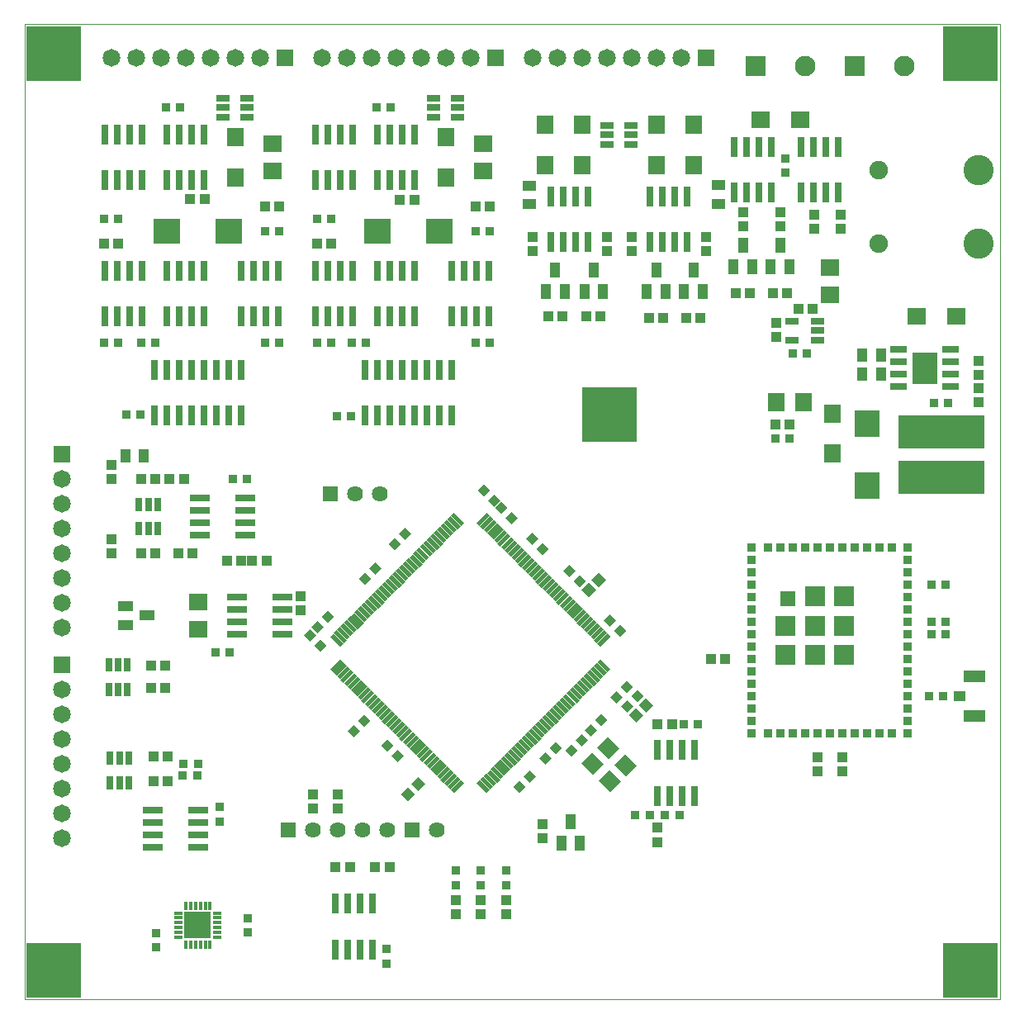
<source format=gts>
G75*
%MOIN*%
%OFA0B0*%
%FSLAX25Y25*%
%IPPOS*%
%LPD*%
%AMOC8*
5,1,8,0,0,1.08239X$1,22.5*
%
%ADD10C,0.00000*%
%ADD11R,0.06699X0.02600*%
%ADD12R,0.10243X0.12605*%
%ADD13R,0.35046X0.13392*%
%ADD14R,0.07093X0.07487*%
%ADD15R,0.04140X0.04140*%
%ADD16R,0.09849X0.10636*%
%ADD17R,0.03943X0.05518*%
%ADD18R,0.03550X0.03550*%
%ADD19R,0.02600X0.08200*%
%ADD20R,0.07150X0.07150*%
%ADD21C,0.07150*%
%ADD22R,0.07498X0.06699*%
%ADD23R,0.08274X0.08274*%
%ADD24C,0.08274*%
%ADD25R,0.04337X0.05912*%
%ADD26R,0.06306X0.06306*%
%ADD27R,0.01739X0.05715*%
%ADD28R,0.05715X0.01739*%
%ADD29R,0.03550X0.03550*%
%ADD30R,0.04140X0.04140*%
%ADD31R,0.06699X0.06306*%
%ADD32R,0.06400X0.06400*%
%ADD33C,0.06400*%
%ADD34R,0.04534X0.04337*%
%ADD35R,0.09061X0.04534*%
%ADD36R,0.03600X0.01600*%
%ADD37R,0.01600X0.03600*%
%ADD38R,0.10600X0.10600*%
%ADD39R,0.10636X0.09849*%
%ADD40R,0.06699X0.07498*%
%ADD41R,0.07487X0.07093*%
%ADD42C,0.07487*%
%ADD43C,0.12211*%
%ADD44R,0.05321X0.02762*%
%ADD45R,0.05400X0.02600*%
%ADD46R,0.08200X0.02600*%
%ADD47R,0.02762X0.05321*%
%ADD48R,0.05912X0.04337*%
%ADD49R,0.22054X0.22054*%
%ADD50R,0.05518X0.03943*%
D10*
X0000000Y0000000D02*
X0000000Y0393701D01*
X0393701Y0393701D01*
X0393701Y0000000D01*
X0000000Y0000000D01*
D11*
X0352717Y0247343D03*
X0352717Y0252343D03*
X0352717Y0257343D03*
X0352717Y0262343D03*
X0373976Y0262343D03*
X0373976Y0257343D03*
X0373976Y0252343D03*
X0373976Y0247343D03*
D12*
X0363346Y0254843D03*
D13*
X0370000Y0229252D03*
X0370000Y0210748D03*
D14*
X0326220Y0220354D03*
X0326220Y0236496D03*
X0270000Y0336929D03*
X0255000Y0336929D03*
X0255000Y0353071D03*
X0270000Y0353071D03*
X0225000Y0353071D03*
X0210000Y0353071D03*
X0210000Y0336929D03*
X0225000Y0336929D03*
X0170000Y0331929D03*
X0170000Y0348071D03*
X0085000Y0348071D03*
X0085000Y0331929D03*
D15*
X0072697Y0323110D03*
X0066988Y0323110D03*
X0097146Y0320000D03*
X0102854Y0320000D03*
X0118130Y0305000D03*
X0123839Y0305000D03*
X0151634Y0322756D03*
X0157343Y0322756D03*
X0182146Y0320000D03*
X0187854Y0320000D03*
X0205000Y0307854D03*
X0205000Y0302146D03*
X0211398Y0275984D03*
X0217106Y0275984D03*
X0226909Y0275984D03*
X0232618Y0275984D03*
X0252146Y0275000D03*
X0257854Y0275000D03*
X0267146Y0275000D03*
X0272854Y0275000D03*
X0287146Y0285000D03*
X0292854Y0285000D03*
X0302146Y0285000D03*
X0307854Y0285000D03*
X0312421Y0278819D03*
X0318130Y0278819D03*
X0303346Y0273209D03*
X0303346Y0267500D03*
X0303146Y0232000D03*
X0308854Y0232000D03*
X0275000Y0302146D03*
X0275000Y0307854D03*
X0290000Y0312146D03*
X0290000Y0317854D03*
X0305236Y0317776D03*
X0305236Y0312067D03*
X0318858Y0311083D03*
X0318858Y0316791D03*
X0329528Y0316791D03*
X0329528Y0311083D03*
X0385000Y0257933D03*
X0385000Y0252224D03*
X0385000Y0246870D03*
X0385000Y0241161D03*
X0282854Y0137500D03*
X0277146Y0137500D03*
X0261354Y0111000D03*
X0255646Y0111000D03*
X0255500Y0069354D03*
X0255500Y0063646D03*
X0209000Y0065146D03*
X0209000Y0070854D03*
X0194488Y0040256D03*
X0194488Y0034547D03*
X0184252Y0034547D03*
X0184252Y0040256D03*
X0174016Y0040256D03*
X0174016Y0034547D03*
X0147354Y0053500D03*
X0141646Y0053500D03*
X0131354Y0053500D03*
X0125646Y0053500D03*
X0126500Y0077146D03*
X0126500Y0082854D03*
X0116500Y0082854D03*
X0116500Y0077146D03*
X0057854Y0088110D03*
X0052146Y0088110D03*
X0052146Y0098110D03*
X0057854Y0098110D03*
X0056870Y0125906D03*
X0051161Y0125906D03*
X0051161Y0134921D03*
X0056870Y0134921D03*
X0052854Y0180000D03*
X0047146Y0180000D03*
X0035000Y0180177D03*
X0035000Y0185886D03*
X0035000Y0210177D03*
X0035000Y0215886D03*
X0047146Y0210000D03*
X0052854Y0210000D03*
X0058646Y0210000D03*
X0064354Y0210000D03*
X0062146Y0180000D03*
X0067854Y0180000D03*
X0081791Y0177165D03*
X0087500Y0177165D03*
X0091988Y0177165D03*
X0097697Y0177165D03*
X0111500Y0162854D03*
X0111500Y0157146D03*
X0235000Y0302146D03*
X0235000Y0307854D03*
X0245000Y0307854D03*
X0245000Y0302146D03*
X0320000Y0097854D03*
X0320000Y0092146D03*
X0330000Y0092146D03*
X0330000Y0097854D03*
X0037854Y0305000D03*
X0032146Y0305000D03*
D16*
X0340000Y0232598D03*
X0340000Y0207402D03*
D17*
X0338189Y0252362D03*
X0345669Y0252362D03*
X0345669Y0260079D03*
X0338189Y0260079D03*
X0048240Y0219500D03*
X0040760Y0219500D03*
D18*
X0041047Y0236000D03*
X0046953Y0236000D03*
X0047047Y0265000D03*
X0052953Y0265000D03*
X0037953Y0265000D03*
X0032047Y0265000D03*
X0032047Y0315000D03*
X0037953Y0315000D03*
X0057047Y0360000D03*
X0062953Y0360000D03*
X0097047Y0310000D03*
X0102953Y0310000D03*
X0118031Y0315000D03*
X0123937Y0315000D03*
X0142047Y0360000D03*
X0147953Y0360000D03*
X0182047Y0310000D03*
X0187953Y0310000D03*
X0187953Y0265000D03*
X0182047Y0265000D03*
X0137953Y0265000D03*
X0132047Y0265000D03*
X0123937Y0265000D03*
X0118031Y0265000D03*
X0102953Y0265000D03*
X0097047Y0265000D03*
X0126047Y0235500D03*
X0131953Y0235500D03*
X0089921Y0210000D03*
X0084016Y0210000D03*
X0082953Y0140000D03*
X0077047Y0140000D03*
X0070000Y0095157D03*
X0069882Y0090551D03*
X0063976Y0090551D03*
X0064094Y0095157D03*
X0078740Y0077756D03*
X0078740Y0071850D03*
X0090000Y0032953D03*
X0090000Y0027047D03*
X0053000Y0026953D03*
X0053000Y0021047D03*
X0146000Y0020453D03*
X0146000Y0014547D03*
X0174016Y0046260D03*
X0174016Y0052165D03*
X0184252Y0052165D03*
X0184252Y0046260D03*
X0194488Y0046260D03*
X0194488Y0052165D03*
X0246547Y0074500D03*
X0252453Y0074500D03*
X0258547Y0074500D03*
X0264453Y0074500D03*
X0293406Y0107480D03*
X0293406Y0112480D03*
X0300000Y0107500D03*
X0305000Y0107500D03*
X0310000Y0107500D03*
X0315000Y0107500D03*
X0320000Y0107500D03*
X0325000Y0107500D03*
X0330000Y0107500D03*
X0335000Y0107500D03*
X0340000Y0107500D03*
X0345000Y0107500D03*
X0350000Y0107500D03*
X0356575Y0107500D03*
X0356575Y0112500D03*
X0356575Y0117500D03*
X0356575Y0122500D03*
X0356575Y0127500D03*
X0356575Y0132500D03*
X0356575Y0137500D03*
X0356575Y0142500D03*
X0356575Y0147500D03*
X0356575Y0152500D03*
X0356575Y0157500D03*
X0356575Y0162500D03*
X0356575Y0167500D03*
X0356575Y0172500D03*
X0356575Y0177500D03*
X0356575Y0182500D03*
X0350000Y0182500D03*
X0345000Y0182500D03*
X0340000Y0182500D03*
X0335000Y0182500D03*
X0330000Y0182500D03*
X0325000Y0182500D03*
X0320000Y0182500D03*
X0315000Y0182500D03*
X0310000Y0182500D03*
X0305000Y0182500D03*
X0300000Y0182500D03*
X0293406Y0182480D03*
X0293406Y0177480D03*
X0293406Y0172480D03*
X0293406Y0167480D03*
X0293406Y0162480D03*
X0293406Y0157480D03*
X0293406Y0152480D03*
X0293406Y0147480D03*
X0293406Y0142480D03*
X0293406Y0137480D03*
X0293406Y0132480D03*
X0293406Y0127480D03*
X0293406Y0122480D03*
X0293406Y0117480D03*
X0271953Y0111000D03*
X0266047Y0111000D03*
X0365047Y0122500D03*
X0370953Y0122500D03*
X0371953Y0147500D03*
X0371953Y0152500D03*
X0366047Y0152500D03*
X0366047Y0147500D03*
X0366047Y0167500D03*
X0371953Y0167500D03*
X0308953Y0226500D03*
X0303047Y0226500D03*
X0310000Y0260984D03*
X0315906Y0260984D03*
X0367047Y0240984D03*
X0372953Y0240984D03*
X0307087Y0333661D03*
X0307087Y0339567D03*
D19*
X0301516Y0344300D03*
X0296516Y0344300D03*
X0291516Y0344300D03*
X0286516Y0344300D03*
X0286516Y0325700D03*
X0291516Y0325700D03*
X0296516Y0325700D03*
X0301516Y0325700D03*
X0313484Y0325700D03*
X0318484Y0325700D03*
X0323484Y0325700D03*
X0328484Y0325700D03*
X0328484Y0344300D03*
X0323484Y0344300D03*
X0318484Y0344300D03*
X0313484Y0344300D03*
X0267500Y0324300D03*
X0262500Y0324300D03*
X0257500Y0324300D03*
X0252500Y0324300D03*
X0252500Y0305700D03*
X0257500Y0305700D03*
X0262500Y0305700D03*
X0267500Y0305700D03*
X0227500Y0305700D03*
X0222500Y0305700D03*
X0217500Y0305700D03*
X0212500Y0305700D03*
X0212500Y0324300D03*
X0217500Y0324300D03*
X0222500Y0324300D03*
X0227500Y0324300D03*
X0187500Y0294300D03*
X0182500Y0294300D03*
X0177500Y0294300D03*
X0172500Y0294300D03*
X0157500Y0294300D03*
X0152500Y0294300D03*
X0147500Y0294300D03*
X0142500Y0294300D03*
X0132500Y0294300D03*
X0127500Y0294300D03*
X0122500Y0294300D03*
X0117500Y0294300D03*
X0102500Y0294300D03*
X0097500Y0294300D03*
X0092500Y0294300D03*
X0087500Y0294300D03*
X0072500Y0294300D03*
X0067500Y0294300D03*
X0062500Y0294300D03*
X0057500Y0294300D03*
X0047500Y0294300D03*
X0042500Y0294300D03*
X0037500Y0294300D03*
X0032500Y0294300D03*
X0032500Y0275700D03*
X0037500Y0275700D03*
X0042500Y0275700D03*
X0047500Y0275700D03*
X0057500Y0275700D03*
X0062500Y0275700D03*
X0067500Y0275700D03*
X0072500Y0275700D03*
X0087500Y0275700D03*
X0092500Y0275700D03*
X0097500Y0275700D03*
X0102500Y0275700D03*
X0117500Y0275700D03*
X0122500Y0275700D03*
X0127500Y0275700D03*
X0132500Y0275700D03*
X0142500Y0275700D03*
X0147500Y0275700D03*
X0152500Y0275700D03*
X0157500Y0275700D03*
X0172500Y0275700D03*
X0177500Y0275700D03*
X0182500Y0275700D03*
X0187500Y0275700D03*
X0172500Y0254300D03*
X0167500Y0254300D03*
X0162500Y0254300D03*
X0157500Y0254300D03*
X0152500Y0254300D03*
X0147500Y0254300D03*
X0142500Y0254300D03*
X0137500Y0254300D03*
X0137500Y0235700D03*
X0142500Y0235700D03*
X0147500Y0235700D03*
X0152500Y0235700D03*
X0157500Y0235700D03*
X0162500Y0235700D03*
X0167500Y0235700D03*
X0172500Y0235700D03*
X0087500Y0235700D03*
X0082500Y0235700D03*
X0077500Y0235700D03*
X0072500Y0235700D03*
X0067500Y0235700D03*
X0062500Y0235700D03*
X0057500Y0235700D03*
X0052500Y0235700D03*
X0052500Y0254300D03*
X0057500Y0254300D03*
X0062500Y0254300D03*
X0067500Y0254300D03*
X0072500Y0254300D03*
X0077500Y0254300D03*
X0082500Y0254300D03*
X0087500Y0254300D03*
X0072500Y0330700D03*
X0067500Y0330700D03*
X0062500Y0330700D03*
X0057500Y0330700D03*
X0047500Y0330700D03*
X0042500Y0330700D03*
X0037500Y0330700D03*
X0032500Y0330700D03*
X0032500Y0349300D03*
X0037500Y0349300D03*
X0042500Y0349300D03*
X0047500Y0349300D03*
X0057500Y0349300D03*
X0062500Y0349300D03*
X0067500Y0349300D03*
X0072500Y0349300D03*
X0117500Y0349300D03*
X0122500Y0349300D03*
X0127500Y0349300D03*
X0132500Y0349300D03*
X0142500Y0349300D03*
X0147500Y0349300D03*
X0152500Y0349300D03*
X0157500Y0349300D03*
X0157500Y0330700D03*
X0152500Y0330700D03*
X0147500Y0330700D03*
X0142500Y0330700D03*
X0132500Y0330700D03*
X0127500Y0330700D03*
X0122500Y0330700D03*
X0117500Y0330700D03*
X0255500Y0100800D03*
X0260500Y0100800D03*
X0265500Y0100800D03*
X0270500Y0100800D03*
X0270500Y0082200D03*
X0265500Y0082200D03*
X0260500Y0082200D03*
X0255500Y0082200D03*
X0140500Y0038800D03*
X0135500Y0038800D03*
X0130500Y0038800D03*
X0125500Y0038800D03*
X0125500Y0020200D03*
X0130500Y0020200D03*
X0135500Y0020200D03*
X0140500Y0020200D03*
D20*
X0015000Y0135000D03*
X0015000Y0220000D03*
X0105000Y0380000D03*
X0190000Y0380000D03*
X0275000Y0380000D03*
D21*
X0265000Y0380000D03*
X0255000Y0380000D03*
X0245000Y0380000D03*
X0235000Y0380000D03*
X0225000Y0380000D03*
X0215000Y0380000D03*
X0205000Y0380000D03*
X0180000Y0380000D03*
X0170000Y0380000D03*
X0160000Y0380000D03*
X0150000Y0380000D03*
X0140000Y0380000D03*
X0130000Y0380000D03*
X0120000Y0380000D03*
X0095000Y0380000D03*
X0085000Y0380000D03*
X0075000Y0380000D03*
X0065000Y0380000D03*
X0055000Y0380000D03*
X0045000Y0380000D03*
X0035000Y0380000D03*
X0015000Y0210000D03*
X0015000Y0200000D03*
X0015000Y0190000D03*
X0015000Y0180000D03*
X0015000Y0170000D03*
X0015000Y0160000D03*
X0015000Y0150000D03*
X0015000Y0125000D03*
X0015000Y0115000D03*
X0015000Y0105000D03*
X0015000Y0095000D03*
X0015000Y0085000D03*
X0015000Y0075000D03*
X0015000Y0065000D03*
D22*
X0070000Y0149402D03*
X0070000Y0160598D03*
X0100000Y0334402D03*
X0100000Y0345598D03*
X0185000Y0345598D03*
X0185000Y0334402D03*
X0325000Y0295598D03*
X0325000Y0284402D03*
D23*
X0335000Y0376969D03*
X0295000Y0376969D03*
X0319094Y0162717D03*
X0319094Y0150906D03*
X0307283Y0150906D03*
X0307283Y0139094D03*
X0319094Y0139094D03*
X0330906Y0139094D03*
X0330906Y0150906D03*
X0330906Y0162717D03*
D24*
X0315000Y0376969D03*
X0355000Y0376969D03*
D25*
X0305000Y0304331D03*
X0301260Y0295669D03*
X0308740Y0295669D03*
X0293740Y0295669D03*
X0286260Y0295669D03*
X0290000Y0304331D03*
X0270000Y0294331D03*
X0266260Y0285669D03*
X0273740Y0285669D03*
X0258740Y0285669D03*
X0251260Y0285669D03*
X0255000Y0294331D03*
X0233504Y0285669D03*
X0226024Y0285669D03*
X0217992Y0285669D03*
X0210512Y0285669D03*
X0214252Y0294331D03*
X0229764Y0294331D03*
X0220500Y0071831D03*
X0216760Y0063169D03*
X0224240Y0063169D03*
D26*
X0308268Y0161732D03*
D27*
G36*
X0236572Y0133375D02*
X0235343Y0132146D01*
X0231304Y0136185D01*
X0232533Y0137414D01*
X0236572Y0133375D01*
G37*
G36*
X0235180Y0131983D02*
X0233951Y0130754D01*
X0229912Y0134793D01*
X0231141Y0136022D01*
X0235180Y0131983D01*
G37*
G36*
X0233788Y0130591D02*
X0232559Y0129362D01*
X0228520Y0133401D01*
X0229749Y0134630D01*
X0233788Y0130591D01*
G37*
G36*
X0232396Y0129199D02*
X0231167Y0127970D01*
X0227128Y0132009D01*
X0228357Y0133238D01*
X0232396Y0129199D01*
G37*
G36*
X0231004Y0127807D02*
X0229775Y0126578D01*
X0225736Y0130617D01*
X0226965Y0131846D01*
X0231004Y0127807D01*
G37*
G36*
X0229612Y0126415D02*
X0228383Y0125186D01*
X0224344Y0129225D01*
X0225573Y0130454D01*
X0229612Y0126415D01*
G37*
G36*
X0228220Y0125024D02*
X0226991Y0123795D01*
X0222952Y0127834D01*
X0224181Y0129063D01*
X0228220Y0125024D01*
G37*
G36*
X0226828Y0123632D02*
X0225599Y0122403D01*
X0221560Y0126442D01*
X0222789Y0127671D01*
X0226828Y0123632D01*
G37*
G36*
X0225436Y0122240D02*
X0224207Y0121011D01*
X0220168Y0125050D01*
X0221397Y0126279D01*
X0225436Y0122240D01*
G37*
G36*
X0224044Y0120848D02*
X0222815Y0119619D01*
X0218776Y0123658D01*
X0220005Y0124887D01*
X0224044Y0120848D01*
G37*
G36*
X0222652Y0119456D02*
X0221423Y0118227D01*
X0217384Y0122266D01*
X0218613Y0123495D01*
X0222652Y0119456D01*
G37*
G36*
X0221260Y0118064D02*
X0220031Y0116835D01*
X0215992Y0120874D01*
X0217221Y0122103D01*
X0221260Y0118064D01*
G37*
G36*
X0219868Y0116672D02*
X0218639Y0115443D01*
X0214600Y0119482D01*
X0215829Y0120711D01*
X0219868Y0116672D01*
G37*
G36*
X0218477Y0115280D02*
X0217248Y0114051D01*
X0213209Y0118090D01*
X0214438Y0119319D01*
X0218477Y0115280D01*
G37*
G36*
X0217085Y0113888D02*
X0215856Y0112659D01*
X0211817Y0116698D01*
X0213046Y0117927D01*
X0217085Y0113888D01*
G37*
G36*
X0215693Y0112496D02*
X0214464Y0111267D01*
X0210425Y0115306D01*
X0211654Y0116535D01*
X0215693Y0112496D01*
G37*
G36*
X0214301Y0111104D02*
X0213072Y0109875D01*
X0209033Y0113914D01*
X0210262Y0115143D01*
X0214301Y0111104D01*
G37*
G36*
X0212909Y0109712D02*
X0211680Y0108483D01*
X0207641Y0112522D01*
X0208870Y0113751D01*
X0212909Y0109712D01*
G37*
G36*
X0211517Y0108320D02*
X0210288Y0107091D01*
X0206249Y0111130D01*
X0207478Y0112359D01*
X0211517Y0108320D01*
G37*
G36*
X0210125Y0106928D02*
X0208896Y0105699D01*
X0204857Y0109738D01*
X0206086Y0110967D01*
X0210125Y0106928D01*
G37*
G36*
X0208733Y0105536D02*
X0207504Y0104307D01*
X0203465Y0108346D01*
X0204694Y0109575D01*
X0208733Y0105536D01*
G37*
G36*
X0207341Y0104144D02*
X0206112Y0102915D01*
X0202073Y0106954D01*
X0203302Y0108183D01*
X0207341Y0104144D01*
G37*
G36*
X0205949Y0102752D02*
X0204720Y0101523D01*
X0200681Y0105562D01*
X0201910Y0106791D01*
X0205949Y0102752D01*
G37*
G36*
X0204557Y0101361D02*
X0203328Y0100132D01*
X0199289Y0104171D01*
X0200518Y0105400D01*
X0204557Y0101361D01*
G37*
G36*
X0203165Y0099969D02*
X0201936Y0098740D01*
X0197897Y0102779D01*
X0199126Y0104008D01*
X0203165Y0099969D01*
G37*
G36*
X0201773Y0098577D02*
X0200544Y0097348D01*
X0196505Y0101387D01*
X0197734Y0102616D01*
X0201773Y0098577D01*
G37*
G36*
X0200381Y0097185D02*
X0199152Y0095956D01*
X0195113Y0099995D01*
X0196342Y0101224D01*
X0200381Y0097185D01*
G37*
G36*
X0198989Y0095793D02*
X0197760Y0094564D01*
X0193721Y0098603D01*
X0194950Y0099832D01*
X0198989Y0095793D01*
G37*
G36*
X0197597Y0094401D02*
X0196368Y0093172D01*
X0192329Y0097211D01*
X0193558Y0098440D01*
X0197597Y0094401D01*
G37*
G36*
X0196205Y0093009D02*
X0194976Y0091780D01*
X0190937Y0095819D01*
X0192166Y0097048D01*
X0196205Y0093009D01*
G37*
G36*
X0194813Y0091617D02*
X0193584Y0090388D01*
X0189545Y0094427D01*
X0190774Y0095656D01*
X0194813Y0091617D01*
G37*
G36*
X0193422Y0090225D02*
X0192193Y0088996D01*
X0188154Y0093035D01*
X0189383Y0094264D01*
X0193422Y0090225D01*
G37*
G36*
X0192030Y0088833D02*
X0190801Y0087604D01*
X0186762Y0091643D01*
X0187991Y0092872D01*
X0192030Y0088833D01*
G37*
G36*
X0190638Y0087441D02*
X0189409Y0086212D01*
X0185370Y0090251D01*
X0186599Y0091480D01*
X0190638Y0087441D01*
G37*
G36*
X0189246Y0086049D02*
X0188017Y0084820D01*
X0183978Y0088859D01*
X0185207Y0090088D01*
X0189246Y0086049D01*
G37*
G36*
X0187854Y0084657D02*
X0186625Y0083428D01*
X0182586Y0087467D01*
X0183815Y0088696D01*
X0187854Y0084657D01*
G37*
G36*
X0128696Y0143815D02*
X0127467Y0142586D01*
X0123428Y0146625D01*
X0124657Y0147854D01*
X0128696Y0143815D01*
G37*
G36*
X0130088Y0145207D02*
X0128859Y0143978D01*
X0124820Y0148017D01*
X0126049Y0149246D01*
X0130088Y0145207D01*
G37*
G36*
X0131480Y0146599D02*
X0130251Y0145370D01*
X0126212Y0149409D01*
X0127441Y0150638D01*
X0131480Y0146599D01*
G37*
G36*
X0132872Y0147991D02*
X0131643Y0146762D01*
X0127604Y0150801D01*
X0128833Y0152030D01*
X0132872Y0147991D01*
G37*
G36*
X0134264Y0149383D02*
X0133035Y0148154D01*
X0128996Y0152193D01*
X0130225Y0153422D01*
X0134264Y0149383D01*
G37*
G36*
X0135656Y0150774D02*
X0134427Y0149545D01*
X0130388Y0153584D01*
X0131617Y0154813D01*
X0135656Y0150774D01*
G37*
G36*
X0137048Y0152166D02*
X0135819Y0150937D01*
X0131780Y0154976D01*
X0133009Y0156205D01*
X0137048Y0152166D01*
G37*
G36*
X0138440Y0153558D02*
X0137211Y0152329D01*
X0133172Y0156368D01*
X0134401Y0157597D01*
X0138440Y0153558D01*
G37*
G36*
X0139832Y0154950D02*
X0138603Y0153721D01*
X0134564Y0157760D01*
X0135793Y0158989D01*
X0139832Y0154950D01*
G37*
G36*
X0141224Y0156342D02*
X0139995Y0155113D01*
X0135956Y0159152D01*
X0137185Y0160381D01*
X0141224Y0156342D01*
G37*
G36*
X0142616Y0157734D02*
X0141387Y0156505D01*
X0137348Y0160544D01*
X0138577Y0161773D01*
X0142616Y0157734D01*
G37*
G36*
X0144008Y0159126D02*
X0142779Y0157897D01*
X0138740Y0161936D01*
X0139969Y0163165D01*
X0144008Y0159126D01*
G37*
G36*
X0145400Y0160518D02*
X0144171Y0159289D01*
X0140132Y0163328D01*
X0141361Y0164557D01*
X0145400Y0160518D01*
G37*
G36*
X0146791Y0161910D02*
X0145562Y0160681D01*
X0141523Y0164720D01*
X0142752Y0165949D01*
X0146791Y0161910D01*
G37*
G36*
X0148183Y0163302D02*
X0146954Y0162073D01*
X0142915Y0166112D01*
X0144144Y0167341D01*
X0148183Y0163302D01*
G37*
G36*
X0149575Y0164694D02*
X0148346Y0163465D01*
X0144307Y0167504D01*
X0145536Y0168733D01*
X0149575Y0164694D01*
G37*
G36*
X0150967Y0166086D02*
X0149738Y0164857D01*
X0145699Y0168896D01*
X0146928Y0170125D01*
X0150967Y0166086D01*
G37*
G36*
X0152359Y0167478D02*
X0151130Y0166249D01*
X0147091Y0170288D01*
X0148320Y0171517D01*
X0152359Y0167478D01*
G37*
G36*
X0153751Y0168870D02*
X0152522Y0167641D01*
X0148483Y0171680D01*
X0149712Y0172909D01*
X0153751Y0168870D01*
G37*
G36*
X0155143Y0170262D02*
X0153914Y0169033D01*
X0149875Y0173072D01*
X0151104Y0174301D01*
X0155143Y0170262D01*
G37*
G36*
X0156535Y0171654D02*
X0155306Y0170425D01*
X0151267Y0174464D01*
X0152496Y0175693D01*
X0156535Y0171654D01*
G37*
G36*
X0157927Y0173046D02*
X0156698Y0171817D01*
X0152659Y0175856D01*
X0153888Y0177085D01*
X0157927Y0173046D01*
G37*
G36*
X0159319Y0174438D02*
X0158090Y0173209D01*
X0154051Y0177248D01*
X0155280Y0178477D01*
X0159319Y0174438D01*
G37*
G36*
X0160711Y0175829D02*
X0159482Y0174600D01*
X0155443Y0178639D01*
X0156672Y0179868D01*
X0160711Y0175829D01*
G37*
G36*
X0162103Y0177221D02*
X0160874Y0175992D01*
X0156835Y0180031D01*
X0158064Y0181260D01*
X0162103Y0177221D01*
G37*
G36*
X0163495Y0178613D02*
X0162266Y0177384D01*
X0158227Y0181423D01*
X0159456Y0182652D01*
X0163495Y0178613D01*
G37*
G36*
X0164887Y0180005D02*
X0163658Y0178776D01*
X0159619Y0182815D01*
X0160848Y0184044D01*
X0164887Y0180005D01*
G37*
G36*
X0166279Y0181397D02*
X0165050Y0180168D01*
X0161011Y0184207D01*
X0162240Y0185436D01*
X0166279Y0181397D01*
G37*
G36*
X0167671Y0182789D02*
X0166442Y0181560D01*
X0162403Y0185599D01*
X0163632Y0186828D01*
X0167671Y0182789D01*
G37*
G36*
X0169063Y0184181D02*
X0167834Y0182952D01*
X0163795Y0186991D01*
X0165024Y0188220D01*
X0169063Y0184181D01*
G37*
G36*
X0170454Y0185573D02*
X0169225Y0184344D01*
X0165186Y0188383D01*
X0166415Y0189612D01*
X0170454Y0185573D01*
G37*
G36*
X0171846Y0186965D02*
X0170617Y0185736D01*
X0166578Y0189775D01*
X0167807Y0191004D01*
X0171846Y0186965D01*
G37*
G36*
X0173238Y0188357D02*
X0172009Y0187128D01*
X0167970Y0191167D01*
X0169199Y0192396D01*
X0173238Y0188357D01*
G37*
G36*
X0174630Y0189749D02*
X0173401Y0188520D01*
X0169362Y0192559D01*
X0170591Y0193788D01*
X0174630Y0189749D01*
G37*
G36*
X0176022Y0191141D02*
X0174793Y0189912D01*
X0170754Y0193951D01*
X0171983Y0195180D01*
X0176022Y0191141D01*
G37*
G36*
X0177414Y0192533D02*
X0176185Y0191304D01*
X0172146Y0195343D01*
X0173375Y0196572D01*
X0177414Y0192533D01*
G37*
D28*
G36*
X0187854Y0195343D02*
X0183815Y0191304D01*
X0182586Y0192533D01*
X0186625Y0196572D01*
X0187854Y0195343D01*
G37*
G36*
X0189246Y0193951D02*
X0185207Y0189912D01*
X0183978Y0191141D01*
X0188017Y0195180D01*
X0189246Y0193951D01*
G37*
G36*
X0190638Y0192559D02*
X0186599Y0188520D01*
X0185370Y0189749D01*
X0189409Y0193788D01*
X0190638Y0192559D01*
G37*
G36*
X0192030Y0191167D02*
X0187991Y0187128D01*
X0186762Y0188357D01*
X0190801Y0192396D01*
X0192030Y0191167D01*
G37*
G36*
X0193422Y0189775D02*
X0189383Y0185736D01*
X0188154Y0186965D01*
X0192193Y0191004D01*
X0193422Y0189775D01*
G37*
G36*
X0194813Y0188383D02*
X0190774Y0184344D01*
X0189545Y0185573D01*
X0193584Y0189612D01*
X0194813Y0188383D01*
G37*
G36*
X0196205Y0186991D02*
X0192166Y0182952D01*
X0190937Y0184181D01*
X0194976Y0188220D01*
X0196205Y0186991D01*
G37*
G36*
X0197597Y0185599D02*
X0193558Y0181560D01*
X0192329Y0182789D01*
X0196368Y0186828D01*
X0197597Y0185599D01*
G37*
G36*
X0198989Y0184207D02*
X0194950Y0180168D01*
X0193721Y0181397D01*
X0197760Y0185436D01*
X0198989Y0184207D01*
G37*
G36*
X0200381Y0182815D02*
X0196342Y0178776D01*
X0195113Y0180005D01*
X0199152Y0184044D01*
X0200381Y0182815D01*
G37*
G36*
X0201773Y0181423D02*
X0197734Y0177384D01*
X0196505Y0178613D01*
X0200544Y0182652D01*
X0201773Y0181423D01*
G37*
G36*
X0203165Y0180031D02*
X0199126Y0175992D01*
X0197897Y0177221D01*
X0201936Y0181260D01*
X0203165Y0180031D01*
G37*
G36*
X0204557Y0178639D02*
X0200518Y0174600D01*
X0199289Y0175829D01*
X0203328Y0179868D01*
X0204557Y0178639D01*
G37*
G36*
X0205949Y0177248D02*
X0201910Y0173209D01*
X0200681Y0174438D01*
X0204720Y0178477D01*
X0205949Y0177248D01*
G37*
G36*
X0207341Y0175856D02*
X0203302Y0171817D01*
X0202073Y0173046D01*
X0206112Y0177085D01*
X0207341Y0175856D01*
G37*
G36*
X0208733Y0174464D02*
X0204694Y0170425D01*
X0203465Y0171654D01*
X0207504Y0175693D01*
X0208733Y0174464D01*
G37*
G36*
X0210125Y0173072D02*
X0206086Y0169033D01*
X0204857Y0170262D01*
X0208896Y0174301D01*
X0210125Y0173072D01*
G37*
G36*
X0211517Y0171680D02*
X0207478Y0167641D01*
X0206249Y0168870D01*
X0210288Y0172909D01*
X0211517Y0171680D01*
G37*
G36*
X0212909Y0170288D02*
X0208870Y0166249D01*
X0207641Y0167478D01*
X0211680Y0171517D01*
X0212909Y0170288D01*
G37*
G36*
X0214301Y0168896D02*
X0210262Y0164857D01*
X0209033Y0166086D01*
X0213072Y0170125D01*
X0214301Y0168896D01*
G37*
G36*
X0215693Y0167504D02*
X0211654Y0163465D01*
X0210425Y0164694D01*
X0214464Y0168733D01*
X0215693Y0167504D01*
G37*
G36*
X0217085Y0166112D02*
X0213046Y0162073D01*
X0211817Y0163302D01*
X0215856Y0167341D01*
X0217085Y0166112D01*
G37*
G36*
X0218477Y0164720D02*
X0214438Y0160681D01*
X0213209Y0161910D01*
X0217248Y0165949D01*
X0218477Y0164720D01*
G37*
G36*
X0219868Y0163328D02*
X0215829Y0159289D01*
X0214600Y0160518D01*
X0218639Y0164557D01*
X0219868Y0163328D01*
G37*
G36*
X0221260Y0161936D02*
X0217221Y0157897D01*
X0215992Y0159126D01*
X0220031Y0163165D01*
X0221260Y0161936D01*
G37*
G36*
X0222652Y0160544D02*
X0218613Y0156505D01*
X0217384Y0157734D01*
X0221423Y0161773D01*
X0222652Y0160544D01*
G37*
G36*
X0224044Y0159152D02*
X0220005Y0155113D01*
X0218776Y0156342D01*
X0222815Y0160381D01*
X0224044Y0159152D01*
G37*
G36*
X0225436Y0157760D02*
X0221397Y0153721D01*
X0220168Y0154950D01*
X0224207Y0158989D01*
X0225436Y0157760D01*
G37*
G36*
X0226828Y0156368D02*
X0222789Y0152329D01*
X0221560Y0153558D01*
X0225599Y0157597D01*
X0226828Y0156368D01*
G37*
G36*
X0228220Y0154976D02*
X0224181Y0150937D01*
X0222952Y0152166D01*
X0226991Y0156205D01*
X0228220Y0154976D01*
G37*
G36*
X0229612Y0153584D02*
X0225573Y0149545D01*
X0224344Y0150774D01*
X0228383Y0154813D01*
X0229612Y0153584D01*
G37*
G36*
X0231004Y0152193D02*
X0226965Y0148154D01*
X0225736Y0149383D01*
X0229775Y0153422D01*
X0231004Y0152193D01*
G37*
G36*
X0232396Y0150801D02*
X0228357Y0146762D01*
X0227128Y0147991D01*
X0231167Y0152030D01*
X0232396Y0150801D01*
G37*
G36*
X0233788Y0149409D02*
X0229749Y0145370D01*
X0228520Y0146599D01*
X0232559Y0150638D01*
X0233788Y0149409D01*
G37*
G36*
X0235180Y0148017D02*
X0231141Y0143978D01*
X0229912Y0145207D01*
X0233951Y0149246D01*
X0235180Y0148017D01*
G37*
G36*
X0236572Y0146625D02*
X0232533Y0142586D01*
X0231304Y0143815D01*
X0235343Y0147854D01*
X0236572Y0146625D01*
G37*
G36*
X0177414Y0087467D02*
X0173375Y0083428D01*
X0172146Y0084657D01*
X0176185Y0088696D01*
X0177414Y0087467D01*
G37*
G36*
X0176022Y0088859D02*
X0171983Y0084820D01*
X0170754Y0086049D01*
X0174793Y0090088D01*
X0176022Y0088859D01*
G37*
G36*
X0174630Y0090251D02*
X0170591Y0086212D01*
X0169362Y0087441D01*
X0173401Y0091480D01*
X0174630Y0090251D01*
G37*
G36*
X0173238Y0091643D02*
X0169199Y0087604D01*
X0167970Y0088833D01*
X0172009Y0092872D01*
X0173238Y0091643D01*
G37*
G36*
X0171846Y0093035D02*
X0167807Y0088996D01*
X0166578Y0090225D01*
X0170617Y0094264D01*
X0171846Y0093035D01*
G37*
G36*
X0170454Y0094427D02*
X0166415Y0090388D01*
X0165186Y0091617D01*
X0169225Y0095656D01*
X0170454Y0094427D01*
G37*
G36*
X0169063Y0095819D02*
X0165024Y0091780D01*
X0163795Y0093009D01*
X0167834Y0097048D01*
X0169063Y0095819D01*
G37*
G36*
X0167671Y0097211D02*
X0163632Y0093172D01*
X0162403Y0094401D01*
X0166442Y0098440D01*
X0167671Y0097211D01*
G37*
G36*
X0166279Y0098603D02*
X0162240Y0094564D01*
X0161011Y0095793D01*
X0165050Y0099832D01*
X0166279Y0098603D01*
G37*
G36*
X0164887Y0099995D02*
X0160848Y0095956D01*
X0159619Y0097185D01*
X0163658Y0101224D01*
X0164887Y0099995D01*
G37*
G36*
X0163495Y0101387D02*
X0159456Y0097348D01*
X0158227Y0098577D01*
X0162266Y0102616D01*
X0163495Y0101387D01*
G37*
G36*
X0162103Y0102779D02*
X0158064Y0098740D01*
X0156835Y0099969D01*
X0160874Y0104008D01*
X0162103Y0102779D01*
G37*
G36*
X0160711Y0104171D02*
X0156672Y0100132D01*
X0155443Y0101361D01*
X0159482Y0105400D01*
X0160711Y0104171D01*
G37*
G36*
X0159319Y0105562D02*
X0155280Y0101523D01*
X0154051Y0102752D01*
X0158090Y0106791D01*
X0159319Y0105562D01*
G37*
G36*
X0157927Y0106954D02*
X0153888Y0102915D01*
X0152659Y0104144D01*
X0156698Y0108183D01*
X0157927Y0106954D01*
G37*
G36*
X0156535Y0108346D02*
X0152496Y0104307D01*
X0151267Y0105536D01*
X0155306Y0109575D01*
X0156535Y0108346D01*
G37*
G36*
X0155143Y0109738D02*
X0151104Y0105699D01*
X0149875Y0106928D01*
X0153914Y0110967D01*
X0155143Y0109738D01*
G37*
G36*
X0153751Y0111130D02*
X0149712Y0107091D01*
X0148483Y0108320D01*
X0152522Y0112359D01*
X0153751Y0111130D01*
G37*
G36*
X0152359Y0112522D02*
X0148320Y0108483D01*
X0147091Y0109712D01*
X0151130Y0113751D01*
X0152359Y0112522D01*
G37*
G36*
X0150967Y0113914D02*
X0146928Y0109875D01*
X0145699Y0111104D01*
X0149738Y0115143D01*
X0150967Y0113914D01*
G37*
G36*
X0149575Y0115306D02*
X0145536Y0111267D01*
X0144307Y0112496D01*
X0148346Y0116535D01*
X0149575Y0115306D01*
G37*
G36*
X0148183Y0116698D02*
X0144144Y0112659D01*
X0142915Y0113888D01*
X0146954Y0117927D01*
X0148183Y0116698D01*
G37*
G36*
X0146791Y0118090D02*
X0142752Y0114051D01*
X0141523Y0115280D01*
X0145562Y0119319D01*
X0146791Y0118090D01*
G37*
G36*
X0145400Y0119482D02*
X0141361Y0115443D01*
X0140132Y0116672D01*
X0144171Y0120711D01*
X0145400Y0119482D01*
G37*
G36*
X0144008Y0120874D02*
X0139969Y0116835D01*
X0138740Y0118064D01*
X0142779Y0122103D01*
X0144008Y0120874D01*
G37*
G36*
X0142616Y0122266D02*
X0138577Y0118227D01*
X0137348Y0119456D01*
X0141387Y0123495D01*
X0142616Y0122266D01*
G37*
G36*
X0141224Y0123658D02*
X0137185Y0119619D01*
X0135956Y0120848D01*
X0139995Y0124887D01*
X0141224Y0123658D01*
G37*
G36*
X0139832Y0125050D02*
X0135793Y0121011D01*
X0134564Y0122240D01*
X0138603Y0126279D01*
X0139832Y0125050D01*
G37*
G36*
X0138440Y0126442D02*
X0134401Y0122403D01*
X0133172Y0123632D01*
X0137211Y0127671D01*
X0138440Y0126442D01*
G37*
G36*
X0137048Y0127834D02*
X0133009Y0123795D01*
X0131780Y0125024D01*
X0135819Y0129063D01*
X0137048Y0127834D01*
G37*
G36*
X0135656Y0129225D02*
X0131617Y0125186D01*
X0130388Y0126415D01*
X0134427Y0130454D01*
X0135656Y0129225D01*
G37*
G36*
X0134264Y0130617D02*
X0130225Y0126578D01*
X0128996Y0127807D01*
X0133035Y0131846D01*
X0134264Y0130617D01*
G37*
G36*
X0132872Y0132009D02*
X0128833Y0127970D01*
X0127604Y0129199D01*
X0131643Y0133238D01*
X0132872Y0132009D01*
G37*
G36*
X0131480Y0133401D02*
X0127441Y0129362D01*
X0126212Y0130591D01*
X0130251Y0134630D01*
X0131480Y0133401D01*
G37*
G36*
X0130088Y0134793D02*
X0126049Y0130754D01*
X0124820Y0131983D01*
X0128859Y0136022D01*
X0130088Y0134793D01*
G37*
G36*
X0128696Y0136185D02*
X0124657Y0132146D01*
X0123428Y0133375D01*
X0127467Y0137414D01*
X0128696Y0136185D01*
G37*
D29*
G36*
X0119588Y0145422D02*
X0122098Y0142912D01*
X0119588Y0140402D01*
X0117078Y0142912D01*
X0119588Y0145422D01*
G37*
G36*
X0115412Y0149598D02*
X0117922Y0147088D01*
X0115412Y0144578D01*
X0112902Y0147088D01*
X0115412Y0149598D01*
G37*
G36*
X0115902Y0150412D02*
X0118412Y0152922D01*
X0120922Y0150412D01*
X0118412Y0147902D01*
X0115902Y0150412D01*
G37*
G36*
X0120078Y0154588D02*
X0122588Y0157098D01*
X0125098Y0154588D01*
X0122588Y0152078D01*
X0120078Y0154588D01*
G37*
G36*
X0139922Y0169912D02*
X0137412Y0167402D01*
X0134902Y0169912D01*
X0137412Y0172422D01*
X0139922Y0169912D01*
G37*
G36*
X0144098Y0174088D02*
X0141588Y0171578D01*
X0139078Y0174088D01*
X0141588Y0176598D01*
X0144098Y0174088D01*
G37*
G36*
X0151922Y0183912D02*
X0149412Y0181402D01*
X0146902Y0183912D01*
X0149412Y0186422D01*
X0151922Y0183912D01*
G37*
G36*
X0156098Y0188088D02*
X0153588Y0185578D01*
X0151078Y0188088D01*
X0153588Y0190598D01*
X0156098Y0188088D01*
G37*
G36*
X0185412Y0208098D02*
X0187922Y0205588D01*
X0185412Y0203078D01*
X0182902Y0205588D01*
X0185412Y0208098D01*
G37*
G36*
X0189588Y0203922D02*
X0192098Y0201412D01*
X0189588Y0198902D01*
X0187078Y0201412D01*
X0189588Y0203922D01*
G37*
G36*
X0192412Y0196078D02*
X0189902Y0198588D01*
X0192412Y0201098D01*
X0194922Y0198588D01*
X0192412Y0196078D01*
G37*
G36*
X0196588Y0191902D02*
X0194078Y0194412D01*
X0196588Y0196922D01*
X0199098Y0194412D01*
X0196588Y0191902D01*
G37*
G36*
X0204912Y0183578D02*
X0202402Y0186088D01*
X0204912Y0188598D01*
X0207422Y0186088D01*
X0204912Y0183578D01*
G37*
G36*
X0209088Y0179402D02*
X0206578Y0181912D01*
X0209088Y0184422D01*
X0211598Y0181912D01*
X0209088Y0179402D01*
G37*
G36*
X0219912Y0170578D02*
X0217402Y0173088D01*
X0219912Y0175598D01*
X0222422Y0173088D01*
X0219912Y0170578D01*
G37*
G36*
X0224088Y0166402D02*
X0221578Y0168912D01*
X0224088Y0171422D01*
X0226598Y0168912D01*
X0224088Y0166402D01*
G37*
G36*
X0236412Y0150578D02*
X0233902Y0153088D01*
X0236412Y0155598D01*
X0238922Y0153088D01*
X0236412Y0150578D01*
G37*
G36*
X0240588Y0146402D02*
X0238078Y0148912D01*
X0240588Y0151422D01*
X0243098Y0148912D01*
X0240588Y0146402D01*
G37*
G36*
X0245830Y0126234D02*
X0243320Y0123724D01*
X0240810Y0126234D01*
X0243320Y0128744D01*
X0245830Y0126234D01*
G37*
G36*
X0250098Y0122588D02*
X0247588Y0120078D01*
X0245078Y0122588D01*
X0247588Y0125098D01*
X0250098Y0122588D01*
G37*
G36*
X0245922Y0118412D02*
X0243412Y0115902D01*
X0240902Y0118412D01*
X0243412Y0120922D01*
X0245922Y0118412D01*
G37*
G36*
X0241654Y0122059D02*
X0239144Y0119549D01*
X0236634Y0122059D01*
X0239144Y0124569D01*
X0241654Y0122059D01*
G37*
G36*
X0235305Y0112881D02*
X0232795Y0110371D01*
X0230285Y0112881D01*
X0232795Y0115391D01*
X0235305Y0112881D01*
G37*
G36*
X0231129Y0108705D02*
X0228619Y0106195D01*
X0226109Y0108705D01*
X0228619Y0111215D01*
X0231129Y0108705D01*
G37*
G36*
X0222406Y0104709D02*
X0224916Y0107219D01*
X0227426Y0104709D01*
X0224916Y0102199D01*
X0222406Y0104709D01*
G37*
G36*
X0218231Y0100533D02*
X0220741Y0103043D01*
X0223251Y0100533D01*
X0220741Y0098023D01*
X0218231Y0100533D01*
G37*
G36*
X0212078Y0101588D02*
X0214588Y0104098D01*
X0217098Y0101588D01*
X0214588Y0099078D01*
X0212078Y0101588D01*
G37*
G36*
X0207902Y0097412D02*
X0210412Y0099922D01*
X0212922Y0097412D01*
X0210412Y0094902D01*
X0207902Y0097412D01*
G37*
G36*
X0206598Y0090088D02*
X0204088Y0087578D01*
X0201578Y0090088D01*
X0204088Y0092598D01*
X0206598Y0090088D01*
G37*
G36*
X0202422Y0085912D02*
X0199912Y0083402D01*
X0197402Y0085912D01*
X0199912Y0088422D01*
X0202422Y0085912D01*
G37*
G36*
X0150588Y0100922D02*
X0153098Y0098412D01*
X0150588Y0095902D01*
X0148078Y0098412D01*
X0150588Y0100922D01*
G37*
G36*
X0146412Y0105098D02*
X0148922Y0102588D01*
X0146412Y0100078D01*
X0143902Y0102588D01*
X0146412Y0105098D01*
G37*
G36*
X0134578Y0112588D02*
X0137088Y0115098D01*
X0139598Y0112588D01*
X0137088Y0110078D01*
X0134578Y0112588D01*
G37*
G36*
X0130402Y0108412D02*
X0132912Y0110922D01*
X0135422Y0108412D01*
X0132912Y0105902D01*
X0130402Y0108412D01*
G37*
D30*
G36*
X0157909Y0082982D02*
X0154982Y0080055D01*
X0152055Y0082982D01*
X0154982Y0085909D01*
X0157909Y0082982D01*
G37*
G36*
X0161945Y0087018D02*
X0159018Y0084091D01*
X0156091Y0087018D01*
X0159018Y0089945D01*
X0161945Y0087018D01*
G37*
G36*
X0224848Y0165482D02*
X0227775Y0168409D01*
X0230702Y0165482D01*
X0227775Y0162555D01*
X0224848Y0165482D01*
G37*
G36*
X0228884Y0169518D02*
X0231811Y0172445D01*
X0234738Y0169518D01*
X0231811Y0166591D01*
X0228884Y0169518D01*
G37*
G36*
X0253885Y0118872D02*
X0250958Y0115945D01*
X0248031Y0118872D01*
X0250958Y0121799D01*
X0253885Y0118872D01*
G37*
G36*
X0249848Y0114835D02*
X0246921Y0111908D01*
X0243994Y0114835D01*
X0246921Y0117762D01*
X0249848Y0114835D01*
G37*
D31*
G36*
X0235584Y0106278D02*
X0240319Y0101543D01*
X0235860Y0097084D01*
X0231125Y0101819D01*
X0235584Y0106278D01*
G37*
G36*
X0229457Y0090681D02*
X0224722Y0095416D01*
X0229181Y0099875D01*
X0233916Y0095140D01*
X0229457Y0090681D01*
G37*
G36*
X0236416Y0083722D02*
X0231681Y0088457D01*
X0236140Y0092916D01*
X0240875Y0088181D01*
X0236416Y0083722D01*
G37*
G36*
X0242543Y0099319D02*
X0247278Y0094584D01*
X0242819Y0090125D01*
X0238084Y0094860D01*
X0242543Y0099319D01*
G37*
D32*
X0156500Y0068500D03*
X0106500Y0068500D03*
X0123622Y0204134D03*
D33*
X0133622Y0204134D03*
X0143622Y0204134D03*
X0146500Y0068500D03*
X0136500Y0068500D03*
X0126500Y0068500D03*
X0116500Y0068500D03*
X0166500Y0068500D03*
D34*
X0377496Y0122500D03*
D35*
X0383500Y0114626D03*
X0383500Y0130374D03*
D36*
X0077800Y0034900D03*
X0077800Y0033000D03*
X0077800Y0031000D03*
X0077800Y0029000D03*
X0077800Y0027000D03*
X0077800Y0025100D03*
X0062200Y0025100D03*
X0062200Y0027000D03*
X0062200Y0029000D03*
X0062200Y0031000D03*
X0062200Y0033000D03*
X0062200Y0034900D03*
D37*
X0065100Y0037800D03*
X0067000Y0037800D03*
X0069000Y0037800D03*
X0071000Y0037800D03*
X0073000Y0037800D03*
X0074900Y0037800D03*
X0074900Y0022200D03*
X0073000Y0022200D03*
X0071000Y0022200D03*
X0069000Y0022200D03*
X0067000Y0022200D03*
X0065100Y0022200D03*
D38*
X0069900Y0030000D03*
D39*
X0057402Y0310000D03*
X0082598Y0310000D03*
X0142402Y0310000D03*
X0167598Y0310000D03*
D40*
X0303402Y0241000D03*
X0314598Y0241000D03*
D41*
X0360118Y0275984D03*
X0376260Y0275984D03*
X0313150Y0355000D03*
X0297008Y0355000D03*
D42*
X0344724Y0334764D03*
X0344724Y0305236D03*
D43*
X0385276Y0305236D03*
X0385276Y0334764D03*
D44*
X0244921Y0345276D03*
X0244921Y0349016D03*
X0244921Y0352756D03*
X0235079Y0352756D03*
X0235079Y0349016D03*
X0235079Y0345276D03*
X0174921Y0356260D03*
X0174921Y0360000D03*
X0174921Y0363740D03*
X0165079Y0363740D03*
X0165079Y0360000D03*
X0165079Y0356260D03*
X0089921Y0356260D03*
X0089921Y0360000D03*
X0089921Y0363740D03*
X0080079Y0363740D03*
X0080079Y0360000D03*
X0080079Y0356260D03*
D45*
X0309821Y0273700D03*
X0309821Y0266300D03*
X0320021Y0266300D03*
X0320021Y0270000D03*
X0320021Y0273700D03*
D46*
X0104300Y0162500D03*
X0104300Y0157500D03*
X0104300Y0152500D03*
X0104300Y0147500D03*
X0085700Y0147500D03*
X0085700Y0152500D03*
X0085700Y0157500D03*
X0085700Y0162500D03*
X0089300Y0187500D03*
X0089300Y0192500D03*
X0089300Y0197500D03*
X0089300Y0202500D03*
X0070700Y0202500D03*
X0070700Y0197500D03*
X0070700Y0192500D03*
X0070700Y0187500D03*
X0070284Y0076594D03*
X0070284Y0071594D03*
X0070284Y0066594D03*
X0070284Y0061594D03*
X0051684Y0061594D03*
X0051684Y0066594D03*
X0051684Y0071594D03*
X0051684Y0076594D03*
D47*
X0042126Y0087598D03*
X0038386Y0087598D03*
X0034646Y0087598D03*
X0034646Y0097441D03*
X0038386Y0097441D03*
X0042126Y0097441D03*
X0041496Y0125236D03*
X0037756Y0125236D03*
X0034016Y0125236D03*
X0034016Y0135079D03*
X0037756Y0135079D03*
X0041496Y0135079D03*
X0046260Y0190079D03*
X0050000Y0190079D03*
X0053740Y0190079D03*
X0053740Y0199921D03*
X0050000Y0199921D03*
X0046260Y0199921D03*
D48*
X0040669Y0158740D03*
X0040669Y0151260D03*
X0049331Y0155000D03*
D49*
X0011850Y0011850D03*
X0236220Y0236220D03*
X0381850Y0381850D03*
X0381850Y0011850D03*
X0011850Y0381850D03*
D50*
X0203740Y0328543D03*
X0203740Y0321063D03*
X0280000Y0321260D03*
X0280000Y0328740D03*
M02*

</source>
